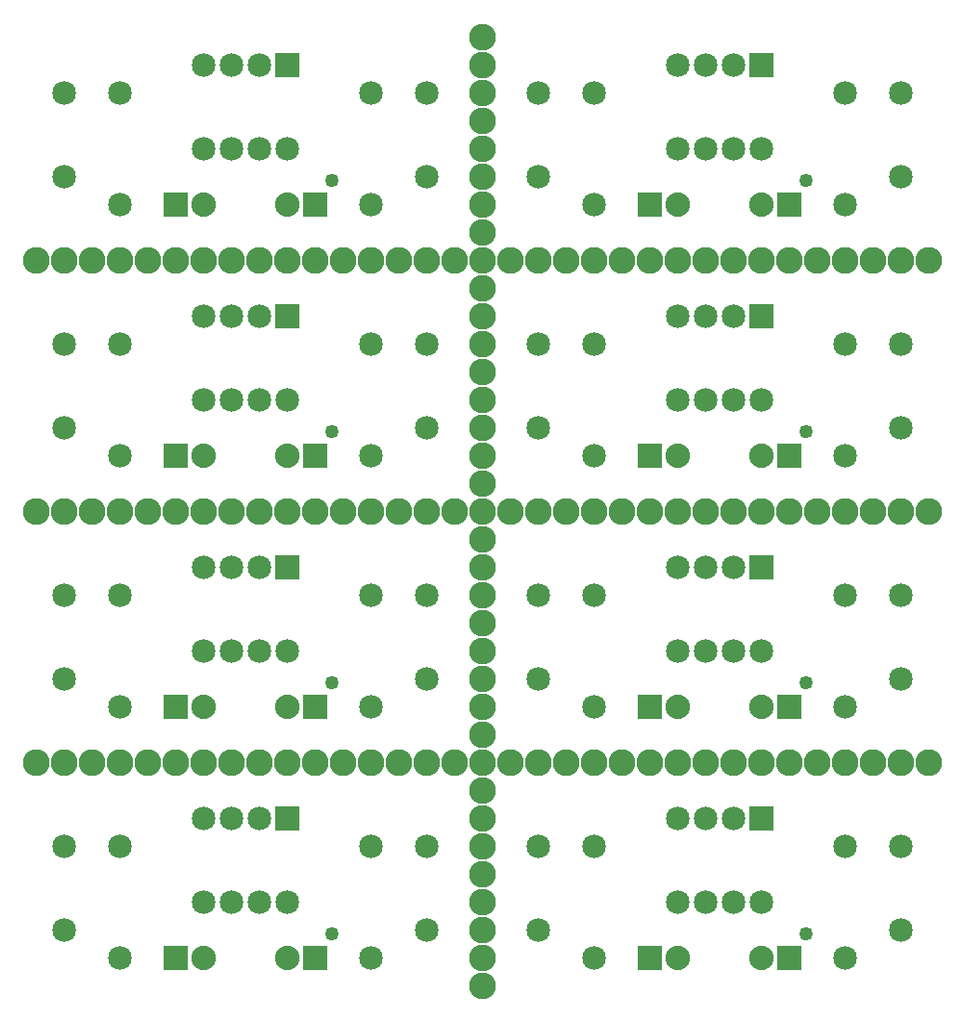
<source format=gbs>
G04 MADE WITH FRITZING*
G04 WWW.FRITZING.ORG*
G04 DOUBLE SIDED*
G04 HOLES PLATED*
G04 CONTOUR ON CENTER OF CONTOUR VECTOR*
%ASAXBY*%
%FSLAX23Y23*%
%MOIN*%
%OFA0B0*%
%SFA1.0B1.0*%
%ADD10C,0.085000*%
%ADD11C,0.088000*%
%ADD12C,0.049370*%
%ADD13C,0.096614*%
%ADD14R,0.085000X0.085000*%
%ADD15R,0.088000X0.088000*%
%LNMASK0*%
G90*
G70*
G54D10*
X2971Y1453D03*
X2971Y1053D03*
X2971Y3253D03*
X2971Y2853D03*
X2971Y2353D03*
X2971Y1953D03*
X2971Y553D03*
X2971Y153D03*
X1271Y3253D03*
X1271Y2853D03*
X1271Y1453D03*
X1271Y1053D03*
X1271Y553D03*
X1271Y153D03*
X1271Y2353D03*
X1271Y1953D03*
X2071Y2853D03*
X2071Y3253D03*
X2071Y1953D03*
X2071Y2353D03*
X2071Y1053D03*
X2071Y1453D03*
X2071Y153D03*
X2071Y553D03*
X371Y153D03*
X371Y553D03*
X371Y2853D03*
X371Y3253D03*
X371Y1053D03*
X371Y1453D03*
X371Y1953D03*
X371Y2353D03*
X2671Y653D03*
X2671Y353D03*
X2571Y653D03*
X2571Y353D03*
X2471Y653D03*
X2471Y353D03*
X2371Y653D03*
X2371Y353D03*
X2671Y3353D03*
X2671Y3053D03*
X2571Y3353D03*
X2571Y3053D03*
X2471Y3353D03*
X2471Y3053D03*
X2371Y3353D03*
X2371Y3053D03*
X2671Y1553D03*
X2671Y1253D03*
X2571Y1553D03*
X2571Y1253D03*
X2471Y1553D03*
X2471Y1253D03*
X2371Y1553D03*
X2371Y1253D03*
X2671Y2453D03*
X2671Y2153D03*
X2571Y2453D03*
X2571Y2153D03*
X2471Y2453D03*
X2471Y2153D03*
X2371Y2453D03*
X2371Y2153D03*
X971Y653D03*
X971Y353D03*
X871Y653D03*
X871Y353D03*
X771Y653D03*
X771Y353D03*
X671Y653D03*
X671Y353D03*
X971Y1553D03*
X971Y1253D03*
X871Y1553D03*
X871Y1253D03*
X771Y1553D03*
X771Y1253D03*
X671Y1553D03*
X671Y1253D03*
X971Y3353D03*
X971Y3053D03*
X871Y3353D03*
X871Y3053D03*
X771Y3353D03*
X771Y3053D03*
X671Y3353D03*
X671Y3053D03*
X971Y2453D03*
X971Y2153D03*
X871Y2453D03*
X871Y2153D03*
X771Y2453D03*
X771Y2153D03*
X671Y2453D03*
X671Y2153D03*
X1871Y1453D03*
X1871Y1153D03*
X1871Y2353D03*
X1871Y2053D03*
X1871Y3253D03*
X1871Y2953D03*
X1871Y553D03*
X1871Y253D03*
X171Y2353D03*
X171Y2053D03*
X171Y1453D03*
X171Y1153D03*
X171Y553D03*
X171Y253D03*
X171Y3253D03*
X171Y2953D03*
X3171Y2353D03*
X3171Y2053D03*
X3171Y553D03*
X3171Y253D03*
X3171Y1453D03*
X3171Y1153D03*
X3171Y3253D03*
X3171Y2953D03*
X1471Y553D03*
X1471Y253D03*
X1471Y1453D03*
X1471Y1153D03*
X1471Y2353D03*
X1471Y2053D03*
X1471Y3253D03*
X1471Y2953D03*
G54D11*
X2271Y1053D03*
X2371Y1053D03*
X2271Y1953D03*
X2371Y1953D03*
X2271Y2853D03*
X2371Y2853D03*
X2271Y153D03*
X2371Y153D03*
X571Y153D03*
X671Y153D03*
X571Y1053D03*
X671Y1053D03*
X571Y2853D03*
X671Y2853D03*
X571Y1953D03*
X671Y1953D03*
X2771Y153D03*
X2671Y153D03*
X2771Y1053D03*
X2671Y1053D03*
X2771Y1953D03*
X2671Y1953D03*
X2771Y2853D03*
X2671Y2853D03*
X1071Y153D03*
X971Y153D03*
X1071Y1053D03*
X971Y1053D03*
X1071Y2853D03*
X971Y2853D03*
X1071Y1953D03*
X971Y1953D03*
G54D12*
X2830Y2939D03*
X2830Y239D03*
X2830Y2039D03*
X2830Y1139D03*
X1130Y1139D03*
X1130Y239D03*
X1130Y2039D03*
X1130Y2939D03*
G54D13*
X3271Y853D03*
X1571Y853D03*
X3271Y1753D03*
X1571Y2653D03*
X3271Y2653D03*
X1571Y1753D03*
X3171Y853D03*
X1471Y853D03*
X3171Y1753D03*
X1471Y2653D03*
X3171Y2653D03*
X1471Y1753D03*
X1371Y853D03*
X3071Y853D03*
X3071Y1753D03*
X3071Y2653D03*
X1371Y1753D03*
X1371Y2653D03*
X2971Y853D03*
X2971Y1753D03*
X1271Y853D03*
X2971Y2653D03*
X1271Y1753D03*
X1271Y2653D03*
X2871Y1753D03*
X1171Y853D03*
X2871Y853D03*
X1171Y2653D03*
X1171Y1753D03*
X2871Y2653D03*
X1071Y2653D03*
X2771Y2653D03*
X2771Y1753D03*
X1071Y1753D03*
X2771Y853D03*
X1071Y853D03*
X2671Y853D03*
X971Y853D03*
X2671Y1753D03*
X971Y2653D03*
X2671Y2653D03*
X971Y1753D03*
X871Y853D03*
X2571Y853D03*
X871Y1753D03*
X871Y2653D03*
X2571Y2653D03*
X2571Y1753D03*
X2471Y853D03*
X771Y853D03*
X771Y1753D03*
X2471Y1753D03*
X771Y2653D03*
X2471Y2653D03*
X2371Y853D03*
X671Y853D03*
X2371Y1753D03*
X671Y2653D03*
X2371Y2653D03*
X671Y1753D03*
X2271Y853D03*
X571Y853D03*
X2271Y1753D03*
X571Y2653D03*
X2271Y2653D03*
X571Y1753D03*
X471Y853D03*
X2171Y853D03*
X2171Y1753D03*
X471Y1753D03*
X471Y2653D03*
X2171Y2653D03*
X2071Y853D03*
X371Y853D03*
X2071Y1753D03*
X371Y2653D03*
X2071Y2653D03*
X371Y1753D03*
X271Y853D03*
X271Y1753D03*
X1971Y853D03*
X1971Y2653D03*
X1971Y1753D03*
X271Y2653D03*
X1871Y853D03*
X1871Y1753D03*
X171Y853D03*
X1871Y2653D03*
X171Y1753D03*
X171Y2653D03*
X71Y1753D03*
X1771Y853D03*
X71Y853D03*
X1771Y2653D03*
X71Y2653D03*
X1771Y1753D03*
X1671Y853D03*
X1671Y2653D03*
X1671Y1753D03*
X1671Y753D03*
X1671Y1653D03*
X1671Y2553D03*
X1671Y3453D03*
X1671Y653D03*
X1671Y1553D03*
X1671Y3353D03*
X1671Y2453D03*
X1671Y553D03*
X1671Y1453D03*
X1671Y3253D03*
X1671Y2353D03*
X1671Y453D03*
X1671Y1353D03*
X1671Y2253D03*
X1671Y3153D03*
X1671Y353D03*
X1671Y1253D03*
X1671Y3053D03*
X1671Y2153D03*
X1671Y253D03*
X1671Y1153D03*
X1671Y2053D03*
X1671Y2953D03*
X1671Y1053D03*
X1671Y153D03*
X1671Y1953D03*
X1671Y2853D03*
X1671Y953D03*
X1671Y1853D03*
X1671Y2753D03*
X1671Y53D03*
G54D14*
X2671Y653D03*
X2671Y3353D03*
X2671Y1553D03*
X2671Y2453D03*
X971Y653D03*
X971Y1553D03*
X971Y3353D03*
X971Y2453D03*
G54D15*
X2271Y1053D03*
X2271Y1953D03*
X2271Y2853D03*
X2271Y153D03*
X571Y153D03*
X571Y1053D03*
X571Y2853D03*
X571Y1953D03*
X2771Y153D03*
X2771Y1053D03*
X2771Y1953D03*
X2771Y2853D03*
X1071Y153D03*
X1071Y1053D03*
X1071Y2853D03*
X1071Y1953D03*
G04 End of Mask0*
M02*
</source>
